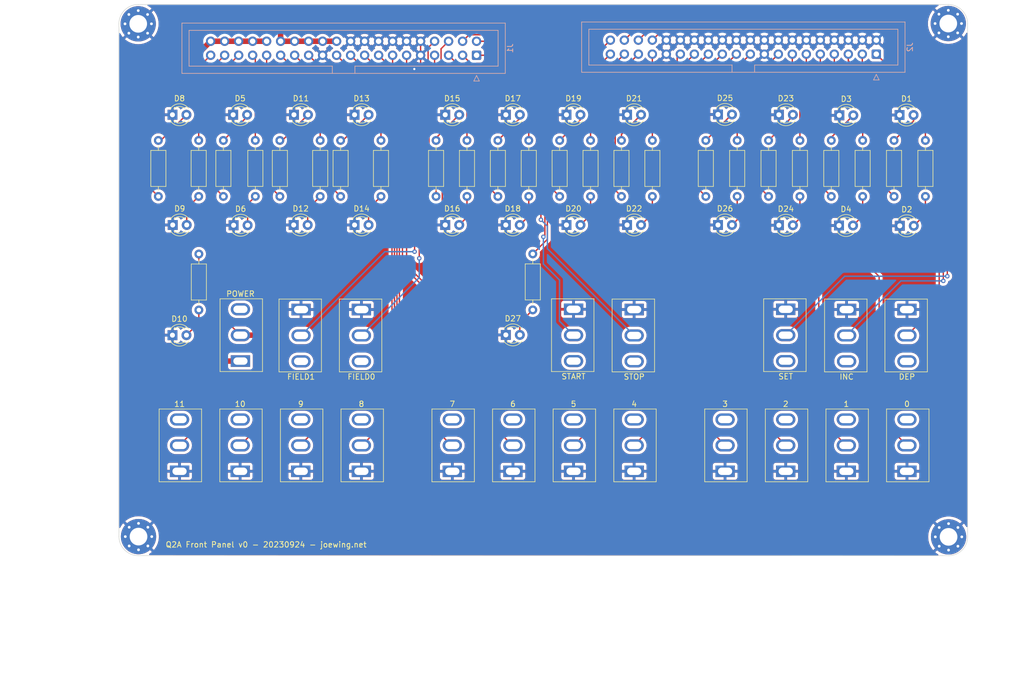
<source format=kicad_pcb>
(kicad_pcb (version 20221018) (generator pcbnew)
  (layers (0 "F.Cu" signal) (31 "B.Cu" signal) (34 "B.Paste" user) (35 "F.Paste" user) (36 "B.SilkS" user "B.Silkscreen") (37 "F.SilkS" user "F.Silkscreen") (38 "B.Mask" user) (39 "F.Mask" user) (44 "Edge.Cuts" user))
  (net 0 "")
  (net 1 "FIELD1")
  (net 2 "Net-(D1-A)")
  (net 3 "FIELD0")
  (net 4 "Net-(D2-A)")
  (net 5 "Net-(D5-A)")
  (net 6 "Net-(D6-A)")
  (net 7 "Net-(D8-A)")
  (net 8 "Net-(D9-A)")
  (net 9 "Net-(D10-A)")
  (net 10 "Net-(D11-A)")
  (net 11 "Net-(D12-A)")
  (net 12 "Net-(D13-A)")
  (net 13 "Net-(D14-A)")
  (net 14 "Net-(D15-A)")
  (net 15 "Net-(D16-A)")
  (net 16 "Net-(D17-A)")
  (net 17 "Net-(D18-A)")
  (net 18 "Net-(D19-A)")
  (net 19 "Net-(D20-A)")
  (net 20 "Net-(D21-A)")
  (net 21 "Net-(D22-A)")
  (net 22 "Net-(D23-A)")
  (net 23 "GND")
  (net 24 "Net-(D24-A)")
  (net 25 "Net-(D25-A)")
  (net 26 "Net-(D26-A)")
  (net 27 "Net-(D27-A)")
  (net 28 "DBUS6")
  (net 29 "~{STOP}")
  (net 30 "ABUS6")
  (net 31 "~{START}")
  (net 32 "DBUS7")
  (net 33 "ABUS7")
  (net 34 "~{SW6}")
  (net 35 "~{SW7}")
  (net 36 "~{SW8}")
  (net 37 "~{SW9}")
  (net 38 "~{SW10}")
  (net 39 "~{SW1}")
  (net 40 "~{SW0}")
  (net 41 "~{SW11}")
  (net 42 "VCC")
  (net 43 "DBUS0")
  (net 44 "ABUS0")
  (net 45 "DBUS1")
  (net 46 "ABUS1")
  (net 47 "DBUS2")
  (net 48 "ABUS2")
  (net 49 "DBUS3")
  (net 50 "ABUS3")
  (net 51 "DBUS8")
  (net 52 "ABUS8")
  (net 53 "DBUS9")
  (net 54 "ABUS9")
  (net 55 "PWR0")
  (net 56 "~{SW2}")
  (net 57 "DBUS10")
  (net 58 "~{SW3}")
  (net 59 "~{INC}")
  (net 60 "~{SW4}")
  (net 61 "~{DEP}")
  (net 62 "~{SW5}")
  (net 63 "DBUS4")
  (net 64 "Net-(D3-A)")
  (net 65 "Net-(D4-A)")
  (net 66 "ABUS4")
  (net 67 "DBUS5")
  (net 68 "ABUS5")
  (net 69 "ABUS10")
  (net 70 "DBUS11")
  (net 71 "ABUS11")
  (net 72 "~{RESET}")
  (net 73 "RUN")
  (footprint "MountingHole:MountingHole_3.2mm_M3_Pad_Via" (layer "F.Cu") (at 211.502944 40.447056)
    (fp_text reference "H2" hide)
    (fp_text value "MountingHole_Pad" hide)
  )
  (footprint "LED_THT:LED_D3.0mm" (layer "F.Cu") (at 103.76 77)
    (fp_text reference "D14")
    (fp_text value "LED")
  )
  (footprint "MountingHole:MountingHole_3.2mm_M3_Pad_Via" (layer "F.Cu") (at 64.552944 133.552944)
    (fp_text reference "H4" hide)
    (fp_text value "MountingHole_Pad" hide)
  )
  (footprint "Button_Switch_THT:SW_MINI_TOGGLE" (layer "F.Cu") (at 143.5 119.5 180)
    (fp_text reference "SW16" hide)
    (fp_text value "5")
  )
  (footprint "LED_THT:LED_D3.0mm" (layer "F.Cu") (at 180.76 77.05)
    (fp_text reference "D24")
    (fp_text value "LED")
  )
  (footprint "Resistor_THT:R_Axial_DIN0207_L6.3mm_D2.5mm_P10.16mm_Horizontal" (layer "F.Cu") (at 167.5 71.82 90)
    (fp_text reference "R25" hide)
    (fp_text value "10k" hide)
  )
  (footprint "LED_THT:LED_D3.0mm" (layer "F.Cu") (at 202.66 57.05)
    (fp_text reference "D1")
    (fp_text value "LED")
  )
  (footprint "LED_THT:LED_D3.0mm" (layer "F.Cu") (at 202.7 77.15)
    (fp_text reference "D2")
    (fp_text value "LED")
  )
  (footprint "Resistor_THT:R_Axial_DIN0207_L6.3mm_D2.5mm_P10.16mm_Horizontal" (layer "F.Cu") (at 75.5 82.27 -90)
    (fp_text reference "R10" hide)
    (fp_text value "10k" hide)
  )
  (footprint "LED_THT:LED_D3.0mm" (layer "F.Cu") (at 81.81 77.05)
    (fp_text reference "D6")
    (fp_text value "LED")
  )
  (footprint "LED_THT:LED_D3.0mm" (layer "F.Cu") (at 120.21 57)
    (fp_text reference "D15")
    (fp_text value "LED")
  )
  (footprint "Resistor_THT:R_Axial_DIN0207_L6.3mm_D2.5mm_P10.16mm_Horizontal" (layer "F.Cu") (at 173.192857 61.66 -90)
    (fp_text reference "R26" hide)
    (fp_text value "10k" hide)
  )
  (footprint "Resistor_THT:R_Axial_DIN0207_L6.3mm_D2.5mm_P10.16mm_Horizontal" (layer "F.Cu") (at 146.58571 61.66 -90)
    (fp_text reference "R20" hide)
    (fp_text value "10k" hide)
  )
  (footprint "LED_THT:LED_D3.0mm" (layer "F.Cu") (at 153.21 77)
    (fp_text reference "D22")
    (fp_text value "LED")
  )
  (footprint "Button_Switch_THT:SW_MINI_TOGGLE" (layer "F.Cu") (at 154.5 119.5 180)
    (fp_text reference "SW18" hide)
    (fp_text value "4")
  )
  (footprint "LED_THT:LED_D3.0mm" (layer "F.Cu") (at 180.76 57)
    (fp_text reference "D23")
    (fp_text value "LED")
  )
  (footprint "LED_THT:LED_D3.0mm" (layer "F.Cu") (at 142.21 77)
    (fp_text reference "D20")
    (fp_text value "LED")
  )
  (footprint "LED_THT:LED_D3.0mm" (layer "F.Cu") (at 191.675 77.1)
    (fp_text reference "D4")
    (fp_text value "LED")
  )
  (footprint "Button_Switch_THT:SW_MINI_TOGGLE" (layer "F.Cu") (at 204 94.55)
    (fp_text reference "SW2" hide)
    (fp_text value "DEP")
  )
  (footprint "Resistor_THT:R_Axial_DIN0207_L6.3mm_D2.5mm_P10.16mm_Horizontal" (layer "F.Cu") (at 140.978568 71.82 90)
    (fp_text reference "R19" hide)
    (fp_text value "10k" hide)
  )
  (footprint "Resistor_THT:R_Axial_DIN0207_L6.3mm_D2.5mm_P10.16mm_Horizontal" (layer "F.Cu") (at 201.657142 71.82 90)
    (fp_text reference "R1" hide)
    (fp_text value "10k" hide)
  )
  (footprint "Button_Switch_THT:SW_MINI_TOGGLE" (layer "F.Cu") (at 204 119.5 180)
    (fp_text reference "SW1" hide)
    (fp_text value "0")
  )
  (footprint "MountingHole:MountingHole_3.2mm_M3_Pad_Via" (layer "F.Cu") (at 64.5 40.5)
    (fp_text reference "H1" hide)
    (fp_text value "MountingHole_Pad" hide)
  )
  (footprint "Button_Switch_THT:SW_MINI_TOGGLE" (layer "F.Cu") (at 83.05 99.5 180)
    (fp_text reference "SW6" hide)
    (fp_text value "POWER")
  )
  (footprint "LED_THT:LED_D3.0mm" (layer "F.Cu") (at 92.71 77)
    (fp_text reference "D12")
    (fp_text value "LED")
  )
  (footprint "Resistor_THT:R_Axial_DIN0207_L6.3mm_D2.5mm_P10.16mm_Horizontal" (layer "F.Cu") (at 157.8 61.66 -90)
    (fp_text reference "R22" hide)
    (fp_text value "10k" hide)
  )
  (footprint "LED_THT:LED_D3.0mm" (layer "F.Cu") (at 169.71 56.95)
    (fp_text reference "D25")
    (fp_text value "LED")
  )
  (footprint "Button_Switch_THT:SW_MINI_TOGGLE" (layer "F.Cu") (at 182 119.5 180)
    (fp_text reference "SW20" hide)
    (fp_text value "2")
  )
  (footprint "Button_Switch_THT:SW_MINI_TOGGLE" (layer "F.Cu") (at 143.5 94.5)
    (fp_text reference "SW15" hide)
    (fp_text value "START")
  )
  (footprint "Resistor_THT:R_Axial_DIN0207_L6.3mm_D2.5mm_P10.16mm_Horizontal" (layer "F.Cu") (at 207.35 61.66 -90)
    (fp_text reference "R2" hide)
    (fp_text value "10k" hide)
  )
  (footprint "LED_THT:LED_D3.0mm" (layer "F.Cu") (at 103.76 57)
    (fp_text reference "D13")
    (fp_text value "LED")
  )
  (footprint "Button_Switch_THT:SW_MINI_TOGGLE" (layer "F.Cu") (at 121.5 119.5 180)
    (fp_text reference "SW12" hide)
    (fp_text value "7")
  )
  (footprint "Button_Switch_THT:SW_MINI_TOGGLE" (layer "F.Cu") (at 94.05 94.55)
    (fp_text reference "SW7" hide)
    (fp_text value "FIELD1")
  )
  (footprint "Button_Switch_THT:SW_MINI_TOGGLE" (layer "F.Cu") (at 193.05 94.55)
    (fp_text reference "SW4" hide)
    (fp_text value "INC")
  )
  (footprint "LED_THT:LED_D3.0mm" (layer "F.Cu") (at 70.76 77)
    (fp_text reference "D9")
    (fp_text value "LED")
  )
  (footprint "Button_Switch_THT:SW_MINI_TOGGLE" (layer "F.Cu") (at 94 119.5 180)
    (fp_text reference "SW8" hide)
    (fp_text value "9")
  )
  (footprint "Resistor_THT:R_Axial_DIN0207_L6.3mm_D2.5mm_P10.16mm_Horizontal" (layer "F.Cu") (at 152.192852 71.82 90)
    (fp_text reference "R21" hide)
    (fp_text value "10k" hide)
  )
  (footprint "LED_THT:LED_D3.0mm" (layer "F.Cu") (at 131.21 57)
    (fp_text reference "D17")
    (fp_text value "LED")
  )
  (footprint "Button_Switch_THT:SW_MINI_TOGGLE" (layer "F.Cu") (at 171 119.5 180)
    (fp_text reference "SW22" hide)
    (fp_text value "3")
  )
  (footprint "Button_Switch_THT:SW_MINI_TOGGLE" (layer "F.Cu") (at 105 119.5 180)
    (fp_text reference "SW10" hide)
    (fp_text value "8")
  )
  (footprint "Resistor_THT:R_Axial_DIN0207_L6.3mm_D2.5mm_P10.16mm_Horizontal" (layer "F.Cu") (at 136.1 82.25 -90)
    (fp_text reference "R27" hide)
    (fp_text value "10k" hide)
  )
  (footprint "Button_Switch_THT:SW_MINI_TOGGLE" (layer "F.Cu") (at 132.5 119.5 180)
    (fp_text reference "SW14" hide)
    (fp_text value "6")
  )
  (footprint "Resistor_THT:R_Axial_DIN0207_L6.3mm_D2.5mm_P10.16mm_Horizontal" (layer "F.Cu") (at 184.578571 61.66 -90)
    (fp_text reference "R24" hide)
    (fp_text value "10k" hide)
  )
  (footprint "LED_THT:LED_D3.0mm" (layer "F.Cu") (at 191.725 57.1)
    (fp_text reference "D3")
    (fp_text value "LED")
  )
  (footprint "LED_THT:LED_D3.0mm" (layer "F.Cu") (at 169.71 77)
    (fp_text reference "D26")
    (fp_text value "LED")
  )
  (footprint "Resistor_THT:R_Axial_DIN0207_L6.3mm_D2.5mm_P10.16mm_Horizontal" (layer "F.Cu") (at 124.157142 61.66 -90)
    (fp_text reference "R16" hide)
    (fp_text value "10k" hide)
  )
  (footprint "LED_THT:LED_D3.0mm" (layer "F.Cu") (at 131.21 96.95)
    (fp_text reference "D27")
    (fp_text value "LED")
  )
  (footprint "Resistor_THT:R_Axial_DIN0207_L6.3mm_D2.5mm_P10.16mm_Horizontal" (layer "F.Cu") (at 68.15 71.82 90)
    (fp_text reference "R8" hide)
    (fp_text value "10k" hide)
  )
  (footprint "Resistor_THT:R_Axial_DIN0207_L6.3mm_D2.5mm_P10.16mm_Horizontal" (layer "F.Cu") (at 178.885714 71.82 90)
    (fp_text reference "R23" hide)
    (fp_text value "10k" hide)
  )
  (footprint "Button_Switch_THT:SW_MINI_TOGGLE" (layer "F.Cu") (at 105 94.55)
    (fp_text reference "SW9" hide)
    (fp_text value "FIELD0")
  )
  (footprint "Resistor_THT:R_Axial_DIN0207_L6.3mm_D2.5mm_P10.16mm_Horizontal" (layer "F.Cu") (at 195.964285 61.66 -90)
    (fp_text reference "R4" hide)
    (fp_text value "10k" hide)
  )
  (footprint "Resistor_THT:R_Axial_DIN0207_L6.3mm_D2.5mm_P10.16mm_Horizontal" (layer "F.Cu") (at 90.201948 71.82 90)
    (fp_text reference "R11" hide)
    (fp_text value "10k" hide)
  )
  (footprint "LED_THT:LED_D3.0mm" (layer "F.Cu") (at 142.21 57)
    (fp_text reference "D19")
    (fp_text value "LED")
  )
  (footprint "Resistor_THT:R_Axial_DIN0207_L6.3mm_D2.5mm_P10.16mm_Horizontal" (layer "F.Cu") (at 129.764284 71.82 90)
    (fp_text reference "R17" hide)
    (fp_text value "10k" hide)
  )
  (footprint "LED_THT:LED_D3.0mm" (layer "F.Cu") (at 92.76 57)
    (fp_text reference "D11")
    (fp_text value "LED")
  )
  (footprint "Button_Switch_THT:SW_MINI_TOGGLE" (layer "F.Cu") (at 154.5 94.55)
    (fp_text reference "SW17" hide)
    (fp_text value "STOP")
  )
  (footprint "LED_THT:LED_D3.0mm" (layer "F.Cu") (at 131.2 77)
    (fp_text reference "D18")
    (fp_text value "LED")
  )
  (footprint "LED_THT:LED_D3.0mm" (layer "F.Cu") (at 70.71 57)
    (fp_text reference "D8")
    (fp_text value "LED")
  )
  (footprint "Button_Switch_THT:SW_MINI_TOGGLE" (layer "F.Cu") (at 193 119.5 180)
    (fp_text reference "SW3" hide)
    (fp_text value "1")
  )
  (footprint "LED_THT:LED_D3.0mm" (layer "F.Cu") (at 153.21 57)
    (fp_text reference "D21")
    (fp_text value "LED")
  )
  (footprint "Resistor_THT:R_Axial_DIN0207_L6.3mm_D2.5mm_P10.16mm_Horizontal" (layer "F.Cu") (at 75.472078 61.66 -90)
    (fp_text reference "R9" hide)
    (fp_text value "10k" hide)
  )
  (footprint "LED_THT:LED_D3.0mm" (layer "F.Cu") (at 70.71 97)
    (fp_text reference "D10")
    (fp_text value "LED")
  )
  (footprint "LED_THT:LED_D3.0mm" (layer "F.Cu") (at 81.725 57)
    (fp_text reference "D5")
    (fp_text value "LED")
  )
  (footprint "LED_THT:LED_D3.0mm" (layer "F.Cu") (at 120.21 77)
    (fp_text reference "D16")
    (fp_text value "LED")
  )
  (footprint "Resistor_THT:R_Axial_DIN0207_L6.3mm_D2.5mm_P10.16mm_Horizontal" (layer "F.Cu") (at 79.95 71.82 90)
    (fp_text reference "R5" hide)
    (fp_text value "10k" hide)
  )
  (footprint "Resistor_THT:R_Axial_DIN0207_L6.3mm_D2.5mm_P10.16mm_Horizontal" (layer "F.Cu") (at 190.271428 71.82 90)
    (fp_text reference "R3" hide)
    (fp_text value "10k" hide)
  )
  (footprint "Resistor_THT:R_Axial_DIN0207_L6.3mm_D2.5mm_P10.16mm_Horizontal" (layer "F.Cu") (at 108.55 61.66 -90)
    (fp_text reference "R14" hide)
    (fp_text value "10k" hide)
  )
  (footprint "Button_Switch_THT:SW_MINI_TOGGLE" (layer "F.Cu") (at 182 94.5)
    (fp_text reference "SW19" hide)
    (fp_text value "SET")
  )
  (footprint "Resistor_THT:R_Axial_DIN0207_L6.3mm_D2.5mm_P10.16mm_Horizontal" (layer "F.Cu") (at 101.227922 71.82 90)
    (fp_text reference "R13" hide)
    (fp_text value "10k" hide)
  )
  (footprint "MountingHole:MountingHole_3.2mm_M3_Pad_Via" (layer "F.Cu") (at 211.552944 133.6)
    (fp_text reference "H3" hide)
    (fp_text value "MountingHole_Pad" hide)
  )
  (footprint "Button_Switch_THT:SW_MINI_TOGGLE" (layer "F.Cu") (at 72 119.5 180)
    (fp_text reference "SW5" hide)
    (fp_text value "11")
  )
  (footprint "Resistor_THT:R_Axial_DIN0207_L6.3mm_D2.5mm_P10.16mm_Horizontal" (layer "F.Cu") (at 85.75 61.65 -90)
    (fp_text reference "R6" hide)
    (fp_text value "10k" hide)
  )
  (footprint "Resistor_THT:R_Axial_DIN0207_L6.3mm_D2.5mm_P10.16mm_Horizontal" (layer "F.Cu") (at 135.371426 61.66 -90)
    (fp_text reference "R18" hide)
    (fp_text value "10k" hide)
  )
  (footprint "Resistor_THT:R_Axial_DIN0207_L6.3mm_D2.5mm_P10.16mm_Horizontal" (layer "F.Cu") (at 118.55 71.82 90)
    (fp_text reference "R15" hide)
    (fp_text value "10k" hide)
  )
  (footprint "Button_Switch_THT:SW_MINI_TOGGLE" (layer "F.Cu") (at 83 119.5 180)
    (fp_text reference "SW11" hide)
    (fp_text value "10")
  )
  (footprint "Resistor_THT:R_Axial_DIN0207_L6.3mm_D2.5mm_P10.16mm_Horizontal" (layer "F.Cu") (at 97.524026 61.66 -90)
    (fp_text reference "R12" hide)
    (fp_text value "10k" hide)
  )
  (footprint "Connector_IDC:IDC-Header_2x20_P2.54mm_Vertical" (layer "B.Cu") (at 125.9 46.2 90)
    (fp_text reference "J1")
    (fp_text value "High")
  )
  (footprint "Connector_IDC:IDC-Header_2x20_P2.54mm_Vertical" (layer "B.Cu") (at 198.44 46 90)
    (fp_text reference "J2")
    (fp_text value "Low")
  )
  (gr_arc (start 61 40.5) (mid 62.025126 38.025126) (end 64.5 37) (stroke (width 0.1)) (layer "Edge.Cuts"))
  (gr_arc (start 215 133.6) (mid 214.004163 136.004163) (end 211.6 137) (stroke (width 0.1)) (layer "Edge.Cuts"))
  (gr_line (start 211.6 137) (end 64.5 137) (stroke (width 0.1)) (layer "Edge.Cuts"))
  (gr_line (start 215 40.5) (end 215 133.6) (stroke (width 0.1)) (layer "Edge.Cuts"))
  (gr_arc (start 211.5 37) (mid 213.974874 38.025126) (end 215 40.5) (stroke (width 0.1)) (layer "Edge.Cuts"))
  (gr_line (start 64.5 37) (end 211.5 37) (stroke (width 0.1)) (layer "Edge.Cuts"))
  (gr_line (start 61 133.5) (end 61 40.5) (stroke (width 0.1)) (layer "Edge.Cuts"))
  (gr_arc (start 64.5 137) (mid 62.025126 135.974874) (end 61 133.5) (stroke (width 0.1)) (layer "Edge.Cuts"))
  (gr_text "Q2A Front Panel v0 - 20230924 - joewing.net" (at 69.4 135.6) (layer "F.SilkS") (effects (font (size 1 1)) (justify left bottom)))
  (segment (start 117.105 48.195) (end 115.65 49.65) (width 0.25) (layer "F.Cu") (net 1))
  (segment (start 117.105 44.835) (end 117.105 48.195) (width 0.25) (layer "F.Cu") (net 1))
  (segment (start 115.65 76.05) (end 114.65 77.05) (width 0.25) (layer "F.Cu") (net 1))
  (segment (start 115.65 49.65) (end 115.65 76.05) (width 0.25) (layer "F.Cu") (net 1))
  (segment (start 114.65 77.05) (end 114.65 81.85) (width 0.25) (layer "F.Cu") (net 1))
  (segment (start 118.28 43.66) (end 117.105 44.835) (width 0.25) (layer "F.Cu") (net 1))
  (via (at 114.65 81.85) (size 0.8) (drill 0.4) (layers "F.Cu" "B.Cu") (net 1))
  (segment (start 109.25 81.85) (end 94.05 97.05) (width 0.25) (layer "B.Cu") (net 1))
  (segment (start 114.65 81.85) (end 109.25 81.85) (width 0.25) (layer "B.Cu") (net 1))
  (segment (start 201.657142 61.66) (end 205.2 58.117142) (width 0.25) (layer "F.Cu") (net 2))
  (segment (start 205.2 58.117142) (end 205.2 57.05) (width 0.25) (layer "F.Cu") (net 2))
  (segment (start 119.675 66.556802) (end 117.268198 64.15) (width 0.25) (layer "F.Cu") (net 3))
  (segment (start 119.455 53.97568) (end 119.455 45.025) (width 0.25) (layer "F.Cu") (net 3))
  (segment (start 119.675 74.175) (end 119.675 66.556802) (width 0.25) (layer "F.Cu") (net 3))
  (segment (start 115.5 83.05) (end 115.5 78.35) (width 0.25) (layer "F.Cu") (net 3))
  (segment (start 117.268198 64.15) (end 117.268198 56.162482) (width 0.25) (layer "F.Cu") (net 3))
  (segment (start 117.268198 56.162482) (end 119.455 53.97568) (width 0.25) (layer "F.Cu") (net 3))
  (segment (start 115.5 78.35) (end 119.675 74.175) (width 0.25) (layer "F.Cu") (net 3))
  (segment (start 119.455 45.025) (end 120.82 43.66) (width 0.25) (layer "F.Cu") (net 3))
  (via (at 115.5 83.05) (size 0.8) (drill 0.4) (layers "F.Cu" "B.Cu") (net 3))
  (segment (start 115.5 83.05) (end 115.5 86.55) (width 0.25) (layer "B.Cu") (net 3))
  (segment (start 115.5 86.55) (end 105 97.05) (width 0.25) (layer "B.Cu") (net 3))
  (segment (start 207.35 75.04) (end 205.24 77.15) (width 0.25) (layer "F.Cu") (net 4))
  (segment (start 207.35 71.82) (end 207.35 75.04) (width 0.25) (layer "F.Cu") (net 4))
  (segment (start 79.95 61.66) (end 84.265 57.345) (width 0.25) (layer "F.Cu") (net 5))
  (segment (start 84.35 77.05) (end 84.35 73.21) (width 0.25) (layer "F.Cu") (net 6))
  (segment (start 84.35 73.21) (end 85.75 71.81) (width 0.25) (layer "F.Cu") (net 6))
  (segment (start 73.25 57) (end 68.59 61.66) (width 0.25) (layer "F.Cu") (net 7))
  (segment (start 73.3 77) (end 73.3 73.992078) (width 0.25) (layer "F.Cu") (net 8))
  (segment (start 73.3 73.992078) (end 75.472078 71.82) (width 0.25) (layer "F.Cu") (net 8))
  (segment (start 75.5 94.75) (end 75.5 92.43) (width 0.25) (layer "F.Cu") (net 9))
  (segment (start 73.25 97) (end 75.5 94.75) (width 0.25) (layer "F.Cu") (net 9))
  (segment (start 90.64 61.66) (end 95.3 57) (width 0.25) (layer "F.Cu") (net 10))
  (segment (start 95.25 77) (end 95.25 74.094026) (width 0.25) (layer "F.Cu") (net 11))
  (segment (start 95.25 74.094026) (end 97.524026 71.82) (width 0.25) (layer "F.Cu") (net 11))
  (segment (start 101.64 61.66) (end 106.3 57) (width 0.25) (layer "F.Cu") (net 12))
  (segment (start 106.3 77) (end 106.3 74.07) (width 0.25) (layer "F.Cu") (net 13))
  (segment (start 106.3 74.07) (end 108.55 71.82) (width 0.25) (layer "F.Cu") (net 13))
  (segment (start 122.75 57) (end 118.55 61.2) (width 0.25) (layer "F.Cu") (net 14))
  (segment (start 124.157142 71.82) (end 124.157142 75.592858) (width 0.25) (layer "F.Cu") (net 15))
  (segment (start 124.157142 75.592858) (end 122.75 77) (width 0.25) (layer "F.Cu") (net 15))
  (segment (start 129.764284 61.66) (end 133.75 57.674284) (width 0.25) (layer "F.Cu") (net 16))
  (segment (start 135.371426 71.82) (end 135.371426 75.368574) (width 0.25) (layer "F.Cu") (net 17))
  (segment (start 135.371426 75.368574) (end 133.74 77) (width 0.25) (layer "F.Cu") (net 17))
  (segment (start 144.75 57.888568) (end 144.75 57) (width 0.25) (layer "F.Cu") (net 18))
  (segment (start 140.978568 61.66) (end 144.75 57.888568) (width 0.25) (layer "F.Cu") (net 18))
  (segment (start 146.58571 75.16429) (end 144.75 77) (width 0.25) (layer "F.Cu") (net 19))
  (segment (start 146.58571 71.82) (end 146.58571 75.16429) (width 0.25) (layer "F.Cu") (net 19))
  (segment (start 152.192852 60.557148) (end 152.192852 61.66) (width 0.25) (layer "F.Cu") (net 20))
  (segment (start 155.75 57) (end 152.192852 60.557148) (width 0.25) (layer "F.Cu") (net 20))
  (segment (start 157.8 74.95) (end 157.8 71.82) (width 0.25) (layer "F.Cu") (net 21))
  (segment (start 155.75 77) (end 157.8 74.95) (width 0.25) (layer "F.Cu") (net 21))
  (segment (start 178.885714 61.66) (end 183.3 57.245714) (width 0.25) (layer "F.Cu") (net 22))
  (segment (start 115.74 48.11) (end 115.15 48.7) (width 0.25) (layer "F.Cu") (net 23))
  (segment (start 115.74 46.2) (end 115.74 48.11) (width 0.25) (layer "F.Cu") (net 23))
  (segment (start 115.15 48.7) (end 114.6 48.7) (width 0.25) (layer "F.Cu") (net 23))
  (segment (start 115.74 46.2) (end 115.74 43.66) (width 0.25) (layer "F.Cu") (net 23))
  (via (at 114.6 48.7) (size 0.8) (drill 0.4) (layers "F.Cu" "B.Cu") (net 23))
  (segment (start 184.578571 71.82) (end 184.578571 75.771429) (width 0.25) (layer "F.Cu") (net 24))
  (segment (start 184.578571 75.771429) (end 183.3 77.05) (width 0.25) (layer "F.Cu") (net 24))
  (segment (start 167.5 61.66) (end 172.21 56.95) (width 0.25) (layer "F.Cu") (net 25))
  (segment (start 173.192857 71.82) (end 173.192857 76.057143) (width 0.25) (layer "F.Cu") (net 26))
  (segment (start 173.192857 76.057143) (end 172.25 77) (width 0.25) (layer "F.Cu") (net 26))
  (segment (start 133.75 96.95) (end 133.75 94.76) (width 0.25) (layer "F.Cu") (net 27))
  (segment (start 133.75 94.76) (end 136.1 92.41) (width 0.25) (layer "F.Cu") (net 27))
  (segment (start 135.371426 53.871426) (end 127.7 46.2) (width 0.25) (layer "F.Cu") (net 28))
  (segment (start 127.7 46.2) (end 125.9 46.2) (width 0.25) (layer "F.Cu") (net 28))
  (segment (start 135.371426 61.66) (end 135.371426 53.871426) (width 0.25) (layer "F.Cu") (net 28))
  (segment (start 137.5755 76.05) (end 137.5755 50.6255) (width 0.25) (layer "F.Cu") (net 29))
  (segment (start 137.5755 50.6255) (end 130.61 43.66) (width 0.25) (layer "F.Cu") (net 29))
  (segment (start 130.61 43.66) (end 125.9 43.66) (width 0.25) (layer "F.Cu") (net 29))
  (via (at 137.5755 76.05) (size 0.8) (drill 0.4) (layers "F.Cu" "B.Cu") (net 29))
  (segment (start 138.7505 77.225) (end 137.5755 76.05) (width 0.25) (layer "B.Cu") (net 29))
  (segment (start 138.7505 81.3005) (end 138.7505 77.225) (width 0.25) (layer "B.Cu") (net 29))
  (segment (start 154.5 97.05) (end 138.7505 81.3005) (width 0.25) (layer "B.Cu") (net 29))
  (segment (start 129.764284 71.82) (end 128.25 70.305716) (width 0.25) (layer "F.Cu") (net 30))
  (segment (start 128.25 70.305716) (end 128.25 51.09) (width 0.25) (layer "F.Cu") (net 30))
  (segment (start 128.25 51.09) (end 123.36 46.2) (width 0.25) (layer "F.Cu") (net 30))
  (segment (start 123.36 43.66) (end 124.535 42.485) (width 0.25) (layer "F.Cu") (net 31))
  (segment (start 138.3 49.65) (end 138.3 78.8755) (width 0.25) (layer "F.Cu") (net 31))
  (segment (start 138.3 78.8755) (end 138.0255 79.15) (width 0.25) (layer "F.Cu") (net 31))
  (segment (start 131.135 42.485) (end 138.3 49.65) (width 0.25) (layer "F.Cu") (net 31))
  (segment (start 124.535 42.485) (end 131.135 42.485) (width 0.25) (layer "F.Cu") (net 31))
  (via (at 138.0255 79.15) (size 0.8) (drill 0.4) (layers "F.Cu" "B.Cu") (net 31))
  (segment (start 138.0255 84.0755) (end 138.0255 79.15) (width 0.25) (layer "B.Cu") (net 31))
  (segment (start 140.95 94.45) (end 140.95 87) (width 0.25) (layer "B.Cu") (net 31))
  (segment (start 140.95 87) (end 138.0255 84.0755) (width 0.25) (layer "B.Cu") (net 31))
  (segment (start 143.5 97) (end 140.95 94.45) (width 0.25) (layer "B.Cu") (net 31))
  (segment (start 124.157142 61.66) (end 124.157142 49.537142) (width 0.25) (layer "F.Cu") (net 32))
  (segment (start 124.157142 49.537142) (end 120.82 46.2) (width 0.25) (layer "F.Cu") (net 32))
  (segment (start 118.55 71.82) (end 118.55 66.65) (width 0.25) (layer "F.Cu") (net 33))
  (segment (start 118.28 46.2) (end 118.28 48.57) (width 0.25) (layer "F.Cu") (net 33))
  (segment (start 118.28 48.57) (end 116.35 50.5) (width 0.25) (layer "F.Cu") (net 33))
  (segment (start 118.55 66.65) (end 116.35 64.45) (width 0.25) (layer "F.Cu") (net 33))
  (segment (start 116.35 64.45) (end 116.35 50.5) (width 0.25) (layer "F.Cu") (net 33))
  (segment (start 126.55 111.15) (end 126.55 97.65) (width 0.25) (layer "F.Cu") (net 34))
  (segment (start 113.2 84.3) (end 113.2 46.2) (width 0.25) (layer "F.Cu") (net 34))
  (segment (start 132.4 117) (end 126.55 111.15) (width 0.25) (layer "F.Cu") (net 34))
  (segment (start 126.55 97.65) (end 113.2 84.3) (width 0.25) (layer "F.Cu") (net 34))
  (segment (start 110.66 48.01) (end 112.45 49.8) (width 0.25) (layer "F.Cu") (net 35))
  (segment (start 116.7 112.35) (end 121.35 117) (width 0.25) (layer "F.Cu") (net 35))
  (segment (start 112.45 49.8) (end 112.45 84.4) (width 0.25) (layer "F.Cu") (net 35))
  (segment (start 112.45 84.4) (end 116.7 88.65) (width 0.25) (layer "F.Cu") (net 35))
  (segment (start 116.7 88.65) (end 116.7 112.35) (width 0.25) (layer "F.Cu") (net 35))
  (segment (start 110.66 46.2) (end 110.66 48.01) (width 0.25) (layer "F.Cu") (net 35))
  (segment (start 108.12 46.2) (end 111.9 49.98) (width 0.25) (layer "F.Cu") (net 36))
  (segment (start 111.9 110.2) (end 105.1 117) (width 0.25) (layer "F.Cu") (net 36))
  (segment (start 111.9 49.98) (end 111.9 110.2) (width 0.25) (layer "F.Cu") (net 36))
  (segment (start 111.45 103.122792) (end 111.45 52.07) (width 0.25) (layer "F.Cu") (net 37))
  (segment (start 103.15 107.7) (end 106.872792 107.7) (width 0.25) (layer "F.Cu") (net 37))
  (segment (start 93.85 117) (end 103.15 107.7) (width 0.25) (layer "F.Cu") (net 37))
  (segment (start 106.872792 107.7) (end 111.45 103.122792) (width 0.25) (layer "F.Cu") (net 37))
  (segment (start 111.45 52.07) (end 105.58 46.2) (width 0.25) (layer "F.Cu") (net 37))
  (segment (start 111 52.3) (end 108.4 49.7) (width 0.25) (layer "F.Cu") (net 38))
  (segment (start 92.75 107.25) (end 106.686396 107.25) (width 0.25) (layer "F.Cu") (net 38))
  (segment (start 83 117) (end 92.75 107.25) (width 0.25) (layer "F.Cu") (net 38))
  (segment (start 111 102.936396) (end 111 52.3) (width 0.25) (layer "F.Cu") (net 38))
  (segment (start 106.686396 107.25) (end 111 102.936396) (width 0.25) (layer "F.Cu") (net 38))
  (segment (start 108.4 49.7) (end 106.54 49.7) (width 0.25) (layer "F.Cu") (net 38))
  (segment (start 106.54 49.7) (end 103.04 46.2) (width 0.25) (layer "F.Cu") (net 38))
  (segment (start 164.25 78.286396) (end 164.25 63.3) (width 0.25) (layer "F.Cu") (net 39))
  (segment (start 193 117) (end 188 112) (width 0.25) (layer "F.Cu") (net 39))
  (segment (start 164.3 54.74) (end 173.04 46) (width 0.25) (layer "F.Cu") (net 39))
  (segment (start 188 87.1) (end 184.35 83.45) (width 0.25) (layer "F.Cu") (net 39))
  (segment (start 184.35 83.45) (end 169.413604 83.45) (width 0.25) (layer "F.Cu") (net 39))
  (segment (start 164.3 63.25) (end 164.3 54.74) (width 0.25) (layer "F.Cu") (net 39))
  (segment (start 169.413604 83.45) (end 164.25 78.286396) (width 0.25) (layer "F.Cu") (net 39))
  (segment (start 188 112) (end 188 87.1) (width 0.25) (layer "F.Cu") (net 39))
  (segment (start 164.25 63.3) (end 164.3 63.25) (width 0.25) (layer "F.Cu") (net 39))
  (segment (start 198.95 86.35) (end 195.6 83) (width 0.25) (layer "F.Cu") (net 40))
  (segment (start 198.95 111.95) (end 198.95 86.35) (width 0.25) (layer "F.Cu") (net 40))
  (segment (start 195.6 83) (end 169.6 83) (width 0.25) (layer "F.Cu") (net 40))
  (segment (start 169.6 83) (end 164.7 78.1) (width 0.25) (layer "F.Cu") (net 40))
  (segment (start 164.75 78.05) (end 164.75 56.83) (width 0.25) (layer "F.Cu") (net 40))
  (segment (start 204 117) (end 198.95 111.95) (width 0.25) (layer "F.Cu") (net 40))
  (segment (start 164.75 56.83) (end 175.58 46) (width 0.25) (layer "F.Cu") (net 40))
  (segment (start 164.7 78.1) (end 164.75 78.05) (width 0.25) (layer "F.Cu") (net 40))
  (segment (start 110.55 102.75) (end 106.5 106.8) (width 0.25) (layer "F.Cu") (net 41))
  (segment (start 100.5 46.2) (end 106.1 51.8) (width 0.25) (layer "F.Cu") (net 41))
  (segment (start 106.5 106.8) (end 82.15 106.8) (width 0.25) (layer "F.Cu") (net 41))
  (segment (start 110.55 52.55) (end 110.55 102.75) (width 0.25) (layer "F.Cu") (net 41))
  (segment (start 109.8 51.8) (end 110.55 52.55) (width 0.25) (layer "F.Cu") (net 41))
  (segment (start 106.1 51.8) (end 109.8 51.8) (width 0.25) (layer "F.Cu") (net 41))
  (segment (start 82.15 106.8) (end 71.95 117) (width 0.25) (layer "F.Cu") (net 41))
  (segment (start 86.851472 104.798528) (end 87.6 104.05) (width 1) (layer "F.Cu") (net 42))
  (segment (start 87.6 98.55) (end 86.05 97) (width 1) (layer "F.Cu") (net 42))
  (segment (start 87.6 104.05) (end 87.6 98.55) (width 1) (layer "F.Cu") (net 42))
  (segment (start 97.96 43.66) (end 100.5 43.66) (width 1) (layer "F.Cu") (net 42))
  (segment (start 90.34 42.14) (end 89.95 41.75) (width 1) (layer "F.Cu") (net 42))
  (segment (start 90.34 43.66) (end 92.88 43.66) (width 1) (layer "F.Cu") (net 42))
  (segment (start 78.05 92) (end 83.05 97) (width 0.25) (layer "F.Cu") (net 42))
  (segment (start 75.5 82.27) (end 75.5 85.25) (width 0.25) (layer "F.Cu") (net 42))
  (segment (start 63.75 98.697056) (end 69.851472 104.798528) (width 1) (layer "F.Cu") (net 42))
  (segment (start 63.75 53.15) (end 63.75 98.697056) (width 1) (layer "F.Cu") (net 42))
  (segment (start 89.95 41.75) (end 75.15 41.75) (width 1) (layer "F.Cu") (net 42))
  (segment (start 95.42 43.66) (end 97.96 43.66) (width 1) (layer "F.Cu") (net 42))
  (segment (start 90.34 43.66) (end 90.34 42.14) (width 1) (layer "F.Cu") (net 42))
  (segment (start 63.75 53.15) (end 75.15 41.75) (width 1) (layer "F.Cu") (net 42))
  (segment (start 75.5 85.25) (end 78.05 87.8) (width 0.25) (layer "F.Cu") (net 42))
  (segment (start 83.05 97) (end 86.05 97) (width 1) (layer "F.Cu") (net 42))
  (segment (start 78.05 87.8) (end 78.05 92) (width 0.25) (layer "F.Cu") (net 42))
  (segment (start 69.851472 104.798528) (end 86.851472 104.798528) (width 1) (layer "F.Cu") (net 42))
  (segment (start 92.88 43.66) (end 95.42 43.66) (width 1) (layer "F.Cu") (net 42))
  (segment (start 207.35 54.91) (end 207.35 61.66) (width 0.25) (layer "F.Cu") (net 43))
  (segment (start 198.44 46) (end 207.35 54.91) (width 0.25) (layer "F.Cu") (net 43))
  (segment (start 199.85 51.95) (end 199.85 70.012858) (width 0.25) (layer "F.Cu") (net 44))
  (segment (start 195.9 48) (end 199.85 51.95) (width 0.25) (layer "F.Cu") (net 44))
  (segment (start 195.9 46) (end 195.9 48) (width 0.25) (layer "F.Cu") (net 44))
  (segment (start 199.85 70.012858) (end 201.657142 71.82) (width 0.25) (layer "F.Cu") (net 44))
  (segment (start 193.36 47.202081) (end 195.964285 49.806366) (width 0.25) (layer "F.Cu") (net 45))
  (segment (start 195.964285 49.806366) (end 195.964285 61.66) (width 0.25) (layer "F.Cu") (net 45))
  (segment (start 193.36 46) (end 193.36 47.202081) (width 0.25) (layer "F.Cu") (net 45))
  (segment (start 188.1 52.75) (end 190.82 50.03) (width 0.25) (layer "F.Cu") (net 46))
  (segment (start 190.82 50.03) (end 190.82 46) (width 0.25) (layer "F.Cu") (net 46))
  (segment (start 188.1 69.648572) (end 188.1 52.75) (width 0.25) (layer "F.Cu") (net 46))
  (segment (start 190.271428 71.82) (end 188.1 69.648572) (width 0.25) (layer "F.Cu") (net 46))
  (segment (start 184.578571 53.021429) (end 184.578571 61.66) (width 0.25) (layer "F.Cu") (net 47))
  (segment (start 188.28 46) (end 188.28 49.32) (width 0.25) (layer "F.Cu") (net 47))
  (segment (start 188.28 49.32) (end 184.578571 53.021429) (width 0.25) (layer "F.Cu") (net 47))
  (segment (start 185.74 49.11) (end 177.05 57.8) (width 0.25) (layer "F.Cu") (net 48))
  (segment (start 185.74 46) (end 185.74 49.11) (width 0.25) (layer "F.Cu") (net 48))
  (segment (start 177.05 69.984286) (end 178.885714 71.82) (width 0.25) (layer "F.Cu") (net 48))
  (segment (start 177.05 57.8) (end 177.05 69.984286) (width 0.25) (layer "F.Cu") (net 48))
  (segment (start 183.2 48.15) (end 183.2 46) (width 0.25) (layer "F.Cu") (net 49))
  (segment (start 173.192857 58.157143) (end 183.2 48.15) (width 0.25) (layer "F.Cu") (net 49))
  (segment (start 173.192857 61.66) (end 173.192857 58.157143) (width 0.25) (layer "F.Cu") (net 49))
  (segment (start 165.2 57.85) (end 169.25 53.8) (width 0.25) (layer "F.Cu") (net 50))
  (segment (start 172.86 53.8) (end 180.66 46) (width 0.25) (layer "F.Cu") (net 50))
  (segment (start 165.2 69.52) (end 165.2 57.85) (width 0.25) (layer "F.Cu") (net 50))
  (segment (start 167.5 71.82) (end 165.2 69.52) (width 0.25) (layer "F.Cu") (net 50))
  (segment (start 169.25 53.8) (end 172.86 53.8) (width 0.25) (layer "F.Cu") (net 50))
  (segment (start 108.55 56.9) (end 104.64 52.99) (width 0.25) (layer "F.Cu") (net 51))
  (segment (start 104.64 52.99) (end 102.21 52.99) (width 0.25) (layer "F.Cu") (net 51))
  (segment (start 108.55 61.66) (end 108.55 56.9) (width 0.25) (layer "F.Cu") (net 51))
  (segment (start 102.21 52.99) (end 95.42 46.2) (width 0.25) (layer "F.Cu") (net 51))
  (segment (start 101.227922 71.82) (end 99.4 69.992078) (width 0.25) (layer "F.Cu") (net 52))
  (segment (start 99.4 69.992078) (end 99.4 52.72) (width 0.25) (layer "F.Cu") (net 52))
  (segment (start 99.4 52.72) (end 92.88 46.2) (width 0.25) (layer "F.Cu") (net 52))
  (segment (start 90.34 46.2) (end 97.524026 53.384026) (width 0.25) (layer "F.Cu") (net 53))
  (segment (start 97.524026 53.384026) (end 97.524026 61.66) (width 0.25) (layer "F.Cu") (net 53))
  (segment (start 88.45 57.7) (end 87.8 57.05) (width 0.25) (layer "F.Cu") (net 54))
  (segment (start 87.8 57.05) (end 87.8 46.2) (width 0.25) (layer "F.Cu") (net 54))
  (segment (start 90.201948 71.82) (end 88.45 70.068052) (width 0.25) (layer "F.Cu") (net 54))
  (segment (start 88.45 70.068052) (end 88.45 57.7) (width 0.25) (layer "F.Cu") (net 54))
  (segment (start 80.18 43.66) (end 77.64 43.66) (width 1) (layer "F.Cu") (net 55))
  (segment (start 77.64 43.66) (end 64.95 56.35) (width 1) (layer "F.Cu") (net 55))
  (segment (start 83.05 101.7) (end 68.45 101.7) (width 1) (layer "F.Cu") (net 55))
  (segment (start 85.26 43.66) (end 82.72 43.66) (width 1) (layer "F.Cu") (net 55))
  (segment (start 82.72 43.66) (end 80.18 43.66) (width 1) (layer "F.Cu") (net 55))
  (segment (start 68.45 101.7) (end 64.95 98.2) (width 1) (layer "F.Cu") (net 55))
  (segment (start 64.95 56.35) (end 64.95 98.2) (width 1) (layer "F.Cu") (net 55))
  (segment (start 87.8 43.66) (end 85.26 43.66) (width 1) (layer "F.Cu") (net 55))
  (segment (start 163.85 52.65) (end 170.5 46) (width 0.25) (layer "F.Cu") (net 56))
  (segment (start 182.05 117) (end 176.35 111.3) (width 0.25) (layer "F.Cu") (net 56))
  (segment (start 163.8 78.472792) (end 163.8 57.45) (width 0.25) (layer "F.Cu") (net 56))
  (segment (start 176.35 111.3) (end 176.35 91.022792) (width 0.25) (layer "F.Cu") (net 56))
  (segment (start 163.85 57.4) (end 163.85 52.65) (width 0.25) (layer "F.Cu") (net 56))
  (segment (start 176.35 91.022792) (end 163.8 78.472792) (width 0.25) (layer "F.Cu") (net 56))
  (segment (start 163.8 57.45) (end 163.85 57.4) (width 0.25) (layer "F.Cu") (net 56))
  (segment (start 85.75 61.65) (end 85.75 46.69) (width 0.25) (layer "F.Cu") (net 57))
  (segment (start 171.05 117) (end 165.45 111.4) (width 0.25) (layer "F.Cu") (net 58))
  (segment (start 165.45 80.759188) (end 163.35 78.659188) (width 0.25) (layer "F.Cu") (net 58))
  (segment (start 165.45 111.4) (end 165.45 80.759188) (width 0.25) (layer "F.Cu") (net 58))
  (segment (start 163.35 50.61) (end 167.96 46) (width 0.25) (layer "F.Cu") (net 58))
  (segment (start 163.35 78.659188) (end 163.35 50.61) (width 0.25) (layer "F.Cu") (net 58))
  (segment (start 199.136396 41.05) (end 210.6 52.513604) (width 0.25) (layer "F.Cu") (net 59))
  (segment (start 157.67 41.05) (end 155.26 43.46) (width 0.25) (layer "F.Cu") (net 59))
  (segment (start 210.6 87.15) (end 210.6 52.513604) (width 0.25) (layer "F.Cu") (net 59))
  (segment (start 199.136396 41.05) (end 157.67 41.05) (width 0.25) (layer "F.Cu") (net 59))
  (via (at 210.6 87.15) (size 0.8) (drill 0.4) (layers "F.Cu" "B.Cu") (net 59))
  (segment (start 193 97.05) (end 202.9 87.15) (width 0.25) (layer "B.Cu") (net 59))
  (segment (start 202.9 87.15) (end 210.6 87.15) (width 0.25) (layer "B.Cu") (net 59))
  (segment (start 162.9 108.55) (end 154.45 117) (width 0.25) (layer "F.Cu") (net 60))
  (segment (start 165.42 46) (end 162.9 48.52) (width 0.25) (layer "F.Cu") (net 60))
  (segment (start 162.9 48.52) (end 162.9 108.55) (width 0.25) (layer "F.Cu") (net 60))
  (segment (start 209.85 52.4) (end 209.85 91.2) (width 0.25) (layer "F.Cu") (net 61))
  (segment (start 209.85 91.2) (end 204 97.05) (width 0.25) (layer "F.Cu") (net 61))
  (segment (start 159.76 41.5) (end 198.95 41.5) (width 0.25) (layer "F.Cu") (net 61))
  (segment (start 198.95 41.5) (end 209.85 52.4) (width 0.25) (layer "F.Cu") (net 61))
  (segment (start 157.8 43.46) (end 159.76 41.5) (width 0.25) (layer "F.Cu") (net 61))
  (segment (start 152.2 108.35) (end 143.55 117) (width 0.25) (layer "F.Cu") (net 62))
  (segment (start 162.88 46) (end 162.3 46.58) (width 0.25) (layer "F.Cu") (net 62))
  (segment (start 162.3 101.95) (end 155.9 108.35) (width 0.25) (layer "F.Cu") (net 62))
  (segment (start 162.3 46.58) (end 162.3 101.95) (width 0.25) (layer "F.Cu") (net 62))
  (segment (start 155.9 108.35) (end 152.2 108.35) (width 0.25) (layer "F.Cu") (net 62))
  (segment (start 157.8 61.66) (end 157.8 46) (width 0.25) (layer "F.Cu") (net 63))
  (segment (start 190.45 60.915) (end 194.265 57.1) (width 0.25) (layer "F.Cu") (net 64))
  (segment (start 190.45 61.5) (end 190.45 60.915) (width 0.25) (layer "F.Cu") (net 64))
  (segment (start 195.964285 71.82) (end 195.964285 75.350715) (width 0.25) (layer "F.Cu") (net 65))
  (segment (start 195.964285 75.350715) (end 194.215 77.1) (width 0.25) (layer "F.Cu") (net 65))
  (segment (start 151.067852 70.695) (end 151.067852 50.192148) (width 0.25) (layer "F.Cu") (net 66))
  (segment (start 151.067852 50.192148) (end 155.26 46) (width 0.25) (layer "F.Cu") (net 66))
  (segment (start 152.192852 71.82) (end 151.067852 70.695) (width 0.25) (layer "F.Cu") (net 66))
  (segment (start 146.58571 52.13429) (end 152.72 46) (width 0.25) (layer "F.Cu") (net 67))
  (segment (start 146.58571 61.66) (end 146.58571 52.13429) (width 0.25) (layer "F.Cu") (net 67))
  (segment (start 150.18 46) (end 139.35 56.83) (width 0.25) (layer "F.Cu") (net 68))
  (segment (start 139.35 70.191432) (end 140.978568 71.82) (width 0.25) (layer "F.Cu") (net 68))
  (segment (start 139.35 56.83) (end 139.35 70.191432) (width 0.25) (layer "F.Cu") (net 68))
  (segment (start 78.05 50.87) (end 82.72 46.2) (width 0.25) (layer "F.Cu") (net 69))
  (segment (start 79.95 71.82) (end 78.05 69.92) (width 0.25) (layer "F.Cu") (net 69))
  (segment (start 78.05 69.92) (end 78.05 50.87) (width 0.25) (layer "F.Cu") (net 69))
  (segment (start 80.18 46.2) (end 75.472078 50.907922) (width 0.25) (layer "F.Cu") (net 70))
  (segment (start 75.472078 50.907922) (end 75.472078 61.66) (width 0.25) (layer "F.Cu") (net 70))
  (segment (start 66.3 69.97) (end 66.3 57.54) (width 0.25) (layer "F.Cu") (net 71))
  (segment (start 68.15 71.82) (end 66.3 69.97) (width 0.25) (layer "F.Cu") (net 71))
  (segment (start 66.3 57.54) (end 77.64 46.2) (width 0.25) (layer "F.Cu") (net 71))
  (segment (start 155.58 40.6) (end 152.72 43.46) (width 0.25) (layer "F.Cu") (net 72))
  (segment (start 199.322792 40.6) (end 155.58 40.6) (width 0.25) (layer "F.Cu") (net 72))
  (segment (start 211.3245 52.601708) (end 199.322792 40.6) (width 0.25) (layer "F.Cu") (net 72))
  (segment (start 211.3245 86.3) (end 211.3245 52.601708) (width 0.25) (layer "F.Cu") (net 72))
  (via (at 211.3245 86.3) (size 0.8) (drill 0.4) (layers "F.Cu" "B.Cu") (net 72))
  (segment (start 182 97) (end 192.7 86.3) (width 0.25) (layer "B.Cu") (net 72))
  (segment (start 192.7 86.3) (end 211.3245 86.3) (width 0.25) (layer "B.Cu") (net 72))
  (segment (start 138.75 54.89) (end 138.75 79.6) (width 0.25) (layer "F.Cu") (net 73))
  (segment (start 150.18 43.46) (end 138.75 54.89) (width 0.25) (layer "F.Cu") (net 73))
  (segment (start 138.75 79.6) (end 136.1 82.25) (width 0.25) (layer "F.Cu") (net 73))
  (zone (net 23) (net_name "GND") (layer "F.Cu") (connect_pads (clearance 0.5)) (min_thickness 0.25) (fill yes (thermal_gap 0.5) (thermal_bridge_width 0.5))
    (polygon (pts (xy 61.05 37) (xy 215 37) (xy 215 137) (xy 60.95 136.9)))
  )
  (zone (net 23) (net_name "GND") (layer "B.Cu") (priority 1) (connect_pads (clearance 0.5)) (min_thickness 0.25) (fill yes (thermal_gap 0.5) (thermal_bridge_width 0.5))
    (polygon (pts (xy 61 37) (xy 215 37) (xy 215 137) (xy 61 136.9)))
  )
)
</source>
